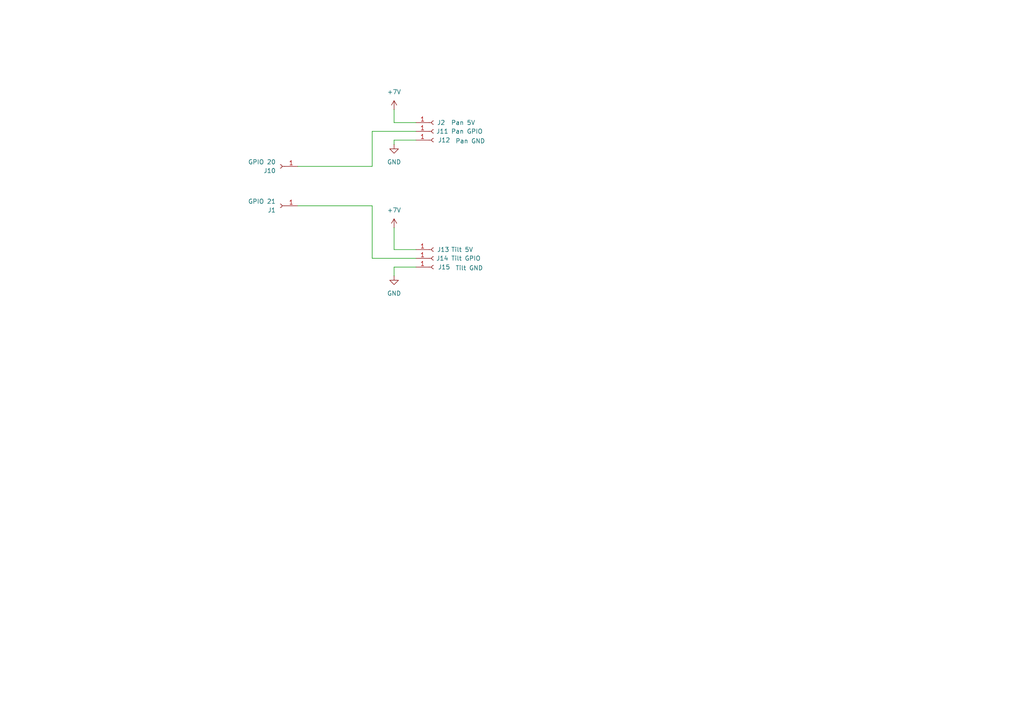
<source format=kicad_sch>
(kicad_sch (version 20250114) (generator "eeschema") (generator_version "9.0")
  (paper "A4")
  (lib_symbols
    (symbol "Connector:Conn_01x01_Socket" (pin_names (offset 1.016) (hide yes))
      (property "Reference" "J" (at 0 2.54 0))
      (property "Value" "Conn_01x01_Socket" (at 0 -2.54 0))
      (symbol "Conn_01x01_Socket_1_1"
        (polyline (pts (xy -1.27 0) (xy -0.508 0)) (stroke (width 0.1524)))
        (arc (start 0 -0.508) (mid -0.5058 0) (end 0 0.508) (stroke (width 0.1524)))
        (pin passive line (at -5.08 0 0) (length 3.81) (name "Pin_1") (number "1"))
      )
    )
    (symbol "power:+5V" (power) (pin_numbers (hide yes)) (pin_names (offset 0) (hide yes))
      (property "Value" "+5V" (at 0 3.556 0))
      (symbol "+5V_0_1"
        (polyline (pts (xy -0.762 1.27) (xy 0 2.54)))
        (polyline (pts (xy 0 2.54) (xy 0.762 1.27)))
        (polyline (pts (xy 0 0) (xy 0 2.54)))
      )
      (symbol "+5V_1_1"
        (pin power_in line (at 0 0 90) (length 0) (name "~") (number "1"))
      )
    )
    (symbol "power:GND" (power) (pin_numbers (hide yes)) (pin_names (offset 0) (hide yes))
      (property "Value" "GND" (at 0 -3.81 0))
      (symbol "GND_0_1"
        (polyline (pts (xy 0 0) (xy 0 -1.27) (xy 1.27 -1.27) (xy 0 -2.54) (xy -1.27 -1.27) (xy 0 -1.27)))
      )
      (symbol "GND_1_1"
        (pin power_in line (at 0 0 270) (length 0) (name "~") (number "1"))
      )
    )
  )
  (wire (pts (xy 114.3 35.56) (xy 114.3 31.75)))
  (wire (pts (xy 107.95 74.93) (xy 107.95 59.69)))
  (wire (pts (xy 86.36 48.26) (xy 107.95 48.26)))
  (wire (pts (xy 120.65 72.39) (xy 114.3 72.39)))
  (wire (pts (xy 114.3 40.64) (xy 114.3 41.91)))
  (wire (pts (xy 120.65 74.93) (xy 107.95 74.93)))
  (wire (pts (xy 114.3 35.56) (xy 120.65 35.56)))
  (wire (pts (xy 120.65 77.47) (xy 114.3 77.47)))
  (wire (pts (xy 107.95 38.1) (xy 120.65 38.1)))
  (wire (pts (xy 107.95 59.69) (xy 86.36 59.69)))
  (wire (pts (xy 107.95 48.26) (xy 107.95 38.1)))
  (wire (pts (xy 114.3 72.39) (xy 114.3 66.04)))
  (wire (pts (xy 114.3 40.64) (xy 120.65 40.64)))
  (wire (pts (xy 114.3 77.47) (xy 114.3 80.01)))
  (symbol (lib_id "power:GND") (at 114.3 80.01 0) (unit 1)
    (property "Reference" "#PWR05" (effects (hide yes)))
    (property "Value" "GND" (at 114.3 85.09 0))
    (property "Description" "Power symbol creates a global label with name \"GND\" , ground" (effects (hide yes)))
  )
  (symbol (lib_id "Connector:Conn_01x01_Socket") (at 125.73 38.1 0) (unit 1)
    (property "Reference" "J11" (at 126.492 38.1 0) (effects (justify left)))
    (property "Value" "Pan GPIO" (at 130.81 38.1 0) (effects (justify left)))
    (property "Footprint" "Connector_PinHeader_1.00mm:PinHeader_1x01_P1.00mm_Vertical" (effects (hide yes)))
    (property "Description" "Generic connector, single row, 01x01, script generated" (effects (hide yes)))
  )
  (symbol (lib_id "power:+5V") (at 114.3 31.75 0) (unit 1)
    (property "Reference" "#PWR07" (effects (hide yes)))
    (property "Value" "+7V" (at 114.3 26.67 0))
    (property "Description" "Power symbol creates a global label with name \"+5V\"" (effects (hide yes)))
  )
  (symbol (lib_id "power:+5V") (at 114.3 66.04 0) (unit 1)
    (property "Reference" "#PWR08" (effects (hide yes)))
    (property "Value" "+7V" (at 114.3 60.96 0))
    (property "Description" "Power symbol creates a global label with name \"+5V\"" (effects (hide yes)))
  )
  (symbol (lib_id "Connector:Conn_01x01_Socket") (at 125.73 35.56 0) (unit 1)
    (property "Reference" "J2" (at 126.746 35.56 0) (effects (justify left)))
    (property "Value" "Pan 5V" (at 130.81 35.56 0) (effects (justify left)))
    (property "Footprint" "Connector_PinHeader_1.00mm:PinHeader_1x01_P1.00mm_Vertical" (effects (hide yes)))
    (property "Description" "Generic connector, single row, 01x01, script generated" (effects (hide yes)))
  )
  (symbol (lib_id "Connector:Conn_01x01_Socket") (at 125.73 74.93 0) (unit 1)
    (property "Reference" "J14" (at 126.492 74.93 0) (effects (justify left)))
    (property "Value" "Tilt GPIO" (at 130.81 74.93 0) (effects (justify left)))
    (property "Footprint" "Connector_PinHeader_1.00mm:PinHeader_1x01_P1.00mm_Vertical" (effects (hide yes)))
    (property "Description" "Generic connector, single row, 01x01, script generated" (effects (hide yes)))
  )
  (symbol (lib_id "Connector:Conn_01x01_Socket") (at 125.73 40.64 0) (unit 1)
    (property "Reference" "J12" (at 127 40.64 0) (effects (justify left)))
    (property "Value" "Pan GND" (at 132.08 40.894 0) (effects (justify left)))
    (property "Footprint" "Connector_PinHeader_1.00mm:PinHeader_1x01_P1.00mm_Vertical" (effects (hide yes)))
    (property "Description" "Generic connector, single row, 01x01, script generated" (effects (hide yes)))
  )
  (symbol (lib_id "Connector:Conn_01x01_Socket") (at 125.73 77.47 0) (unit 1)
    (property "Reference" "J15" (at 127 77.47 0) (effects (justify left)))
    (property "Value" "Tilt GND" (at 132.08 77.724 0) (effects (justify left)))
    (property "Footprint" "Connector_PinHeader_1.00mm:PinHeader_1x01_P1.00mm_Vertical" (effects (hide yes)))
    (property "Description" "Generic connector, single row, 01x01, script generated" (effects (hide yes)))
  )
  (symbol (lib_id "Connector:Conn_01x01_Socket") (at 81.28 48.26 180) (unit 1)
    (property "Reference" "J10" (at 80.01 49.5301 0) (effects (justify left)))
    (property "Value" "GPIO 20" (at 80.01 46.9901 0) (effects (justify left)))
    (property "Footprint" "Connector_PinHeader_1.00mm:PinHeader_1x01_P1.00mm_Vertical" (effects (hide yes)))
    (property "Description" "Generic connector, single row, 01x01, script generated" (effects (hide yes)))
  )
  (symbol (lib_id "Connector:Conn_01x01_Socket") (at 81.28 59.69 180) (unit 1)
    (property "Reference" "J1" (at 80.01 60.9601 0) (effects (justify left)))
    (property "Value" "GPIO 21" (at 80.01 58.4201 0) (effects (justify left)))
    (property "Footprint" "Connector_PinHeader_1.00mm:PinHeader_1x01_P1.00mm_Vertical" (effects (hide yes)))
    (property "Description" "Generic connector, single row, 01x01, script generated" (effects (hide yes)))
  )
  (symbol (lib_id "power:GND") (at 114.3 41.91 0) (unit 1)
    (property "Reference" "#PWR06" (effects (hide yes)))
    (property "Value" "GND" (at 114.3 46.99 0))
    (property "Description" "Power symbol creates a global label with name \"GND\" , ground" (effects (hide yes)))
  )
  (symbol (lib_id "Connector:Conn_01x01_Socket") (at 125.73 72.39 0) (unit 1)
    (property "Reference" "J13" (at 126.746 72.39 0) (effects (justify left)))
    (property "Value" "Tilt 5V" (at 130.81 72.39 0) (effects (justify left)))
    (property "Footprint" "Connector_PinHeader_1.00mm:PinHeader_1x01_P1.00mm_Vertical" (effects (hide yes)))
    (property "Description" "Generic connector, single row, 01x01, script generated" (effects (hide yes)))
  )
)
</source>
